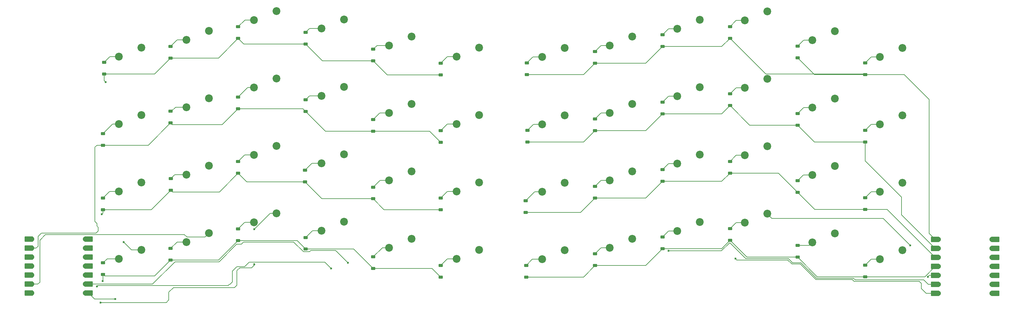
<source format=gbr>
%TF.GenerationSoftware,KiCad,Pcbnew,9.0.7*%
%TF.CreationDate,2026-02-10T15:30:13+05:30*%
%TF.ProjectId,Tao Te Ching,54616f20-5465-4204-9368-696e672e6b69,rev?*%
%TF.SameCoordinates,Original*%
%TF.FileFunction,Copper,L1,Top*%
%TF.FilePolarity,Positive*%
%FSLAX46Y46*%
G04 Gerber Fmt 4.6, Leading zero omitted, Abs format (unit mm)*
G04 Created by KiCad (PCBNEW 9.0.7) date 2026-02-10 15:30:13*
%MOMM*%
%LPD*%
G01*
G04 APERTURE LIST*
G04 Aperture macros list*
%AMRoundRect*
0 Rectangle with rounded corners*
0 $1 Rounding radius*
0 $2 $3 $4 $5 $6 $7 $8 $9 X,Y pos of 4 corners*
0 Add a 4 corners polygon primitive as box body*
4,1,4,$2,$3,$4,$5,$6,$7,$8,$9,$2,$3,0*
0 Add four circle primitives for the rounded corners*
1,1,$1+$1,$2,$3*
1,1,$1+$1,$4,$5*
1,1,$1+$1,$6,$7*
1,1,$1+$1,$8,$9*
0 Add four rect primitives between the rounded corners*
20,1,$1+$1,$2,$3,$4,$5,0*
20,1,$1+$1,$4,$5,$6,$7,0*
20,1,$1+$1,$6,$7,$8,$9,0*
20,1,$1+$1,$8,$9,$2,$3,0*%
G04 Aperture macros list end*
%TA.AperFunction,SMDPad,CuDef*%
%ADD10RoundRect,0.225000X0.375000X-0.225000X0.375000X0.225000X-0.375000X0.225000X-0.375000X-0.225000X0*%
%TD*%
%TA.AperFunction,ComponentPad*%
%ADD11C,2.200000*%
%TD*%
%TA.AperFunction,SMDPad,CuDef*%
%ADD12RoundRect,0.152400X1.063600X0.609600X-1.063600X0.609600X-1.063600X-0.609600X1.063600X-0.609600X0*%
%TD*%
%TA.AperFunction,ComponentPad*%
%ADD13C,1.524000*%
%TD*%
%TA.AperFunction,SMDPad,CuDef*%
%ADD14RoundRect,0.152400X-1.063600X-0.609600X1.063600X-0.609600X1.063600X0.609600X-1.063600X0.609600X0*%
%TD*%
%TA.AperFunction,ViaPad*%
%ADD15C,0.600000*%
%TD*%
%TA.AperFunction,Conductor*%
%ADD16C,0.200000*%
%TD*%
G04 APERTURE END LIST*
D10*
%TO.P,D22,1,K*%
%TO.N,Row3*%
X210166250Y-115832500D03*
%TO.P,D22,2,A*%
%TO.N,Net-(D22-A)*%
X210166250Y-112532500D03*
%TD*%
%TO.P,D38,1,K*%
%TO.N,Row5*%
X90487500Y-79437500D03*
%TO.P,D38,2,A*%
%TO.N,Net-(D38-A)*%
X90487500Y-76137500D03*
%TD*%
%TO.P,D41,1,K*%
%TO.N,Row4*%
X109537500Y-65150000D03*
%TO.P,D41,2,A*%
%TO.N,Net-(D41-A)*%
X109537500Y-61850000D03*
%TD*%
%TO.P,D42,1,K*%
%TO.N,Row5*%
X109537500Y-84993750D03*
%TO.P,D42,2,A*%
%TO.N,Net-(D42-A)*%
X109537500Y-81693750D03*
%TD*%
%TO.P,D44,1,K*%
%TO.N,Row7*%
X109537500Y-123825000D03*
%TO.P,D44,2,A*%
%TO.N,Net-(D44-A)*%
X109537500Y-120525000D03*
%TD*%
D11*
%TO.P,SW17,1,1*%
%TO.N,Col4*%
X239693750Y-94825000D03*
%TO.P,SW17,2,2*%
%TO.N,Net-(D17-A)*%
X233343750Y-97365000D03*
%TD*%
%TO.P,SW30,1,1*%
%TO.N,Col7*%
X63215000Y-75685000D03*
%TO.P,SW30,2,2*%
%TO.N,Net-(D30-A)*%
X56865000Y-78225000D03*
%TD*%
D10*
%TO.P,D19,1,K*%
%TO.N,Row3*%
X152666250Y-126213750D03*
%TO.P,D19,2,A*%
%TO.N,Net-(D19-A)*%
X152666250Y-122913750D03*
%TD*%
D11*
%TO.P,SW38,1,1*%
%TO.N,Col9*%
X101345000Y-72512500D03*
%TO.P,SW38,2,2*%
%TO.N,Net-(D38-A)*%
X94995000Y-75052500D03*
%TD*%
D10*
%TO.P,D25,1,K*%
%TO.N,Row4*%
X33670000Y-68847500D03*
%TO.P,D25,2,A*%
%TO.N,Net-(D25-A)*%
X33670000Y-65547500D03*
%TD*%
%TO.P,D39,1,K*%
%TO.N,Row6*%
X90312500Y-99343750D03*
%TO.P,D39,2,A*%
%TO.N,Net-(D39-A)*%
X90312500Y-96043750D03*
%TD*%
%TO.P,D40,1,K*%
%TO.N,Row7*%
X90487500Y-118331250D03*
%TO.P,D40,2,A*%
%TO.N,Net-(D40-A)*%
X90487500Y-115031250D03*
%TD*%
D11*
%TO.P,SW12,1,1*%
%TO.N,Col5*%
X258743750Y-80527500D03*
%TO.P,SW12,2,2*%
%TO.N,Net-(D12-A)*%
X252393750Y-83067500D03*
%TD*%
D10*
%TO.P,D23,1,K*%
%TO.N,Row3*%
X229216250Y-120595000D03*
%TO.P,D23,2,A*%
%TO.N,Net-(D23-A)*%
X229216250Y-117295000D03*
%TD*%
D11*
%TO.P,SW33,1,1*%
%TO.N,Col8*%
X82285000Y-51073750D03*
%TO.P,SW33,2,2*%
%TO.N,Net-(D33-A)*%
X75935000Y-53613750D03*
%TD*%
%TO.P,SW23,1,1*%
%TO.N,Col4*%
X239693750Y-113865000D03*
%TO.P,SW23,2,2*%
%TO.N,Net-(D23-A)*%
X233343750Y-116405000D03*
%TD*%
D10*
%TO.P,D16,1,K*%
%TO.N,Row2*%
X210166250Y-96845000D03*
%TO.P,D16,2,A*%
%TO.N,Net-(D16-A)*%
X210166250Y-93545000D03*
%TD*%
D12*
%TO.P,U1,1,P0.02_AIN0_LOW_A0_D0*%
%TO.N,Row0*%
X268048750Y-115590000D03*
D13*
X268883750Y-115590000D03*
D12*
%TO.P,U1,2,P0.03_AIN1_LOW_A1_D1*%
%TO.N,Row1*%
X268048750Y-118130000D03*
D13*
X268883750Y-118130000D03*
D12*
%TO.P,U1,3,P0.28_AIN4_LOW_A2_D2*%
%TO.N,Row2*%
X268048750Y-120670000D03*
D13*
X268883750Y-120670000D03*
D12*
%TO.P,U1,4,P0.29_AIN5_LOW_A3_D3*%
%TO.N,Row3*%
X268048750Y-123210000D03*
D13*
X268883750Y-123210000D03*
D12*
%TO.P,U1,5,P0.04_AIN2_A4_D4*%
%TO.N,Col0*%
X268048750Y-125750000D03*
D13*
X268883750Y-125750000D03*
D12*
%TO.P,U1,6,P0.05_AIN3_A5_D5*%
%TO.N,Col1*%
X268048750Y-128290000D03*
D13*
X268883750Y-128290000D03*
D12*
%TO.P,U1,7,P1.11_TX_D6*%
%TO.N,Col2*%
X268048750Y-130830000D03*
D13*
X268883750Y-130830000D03*
%TO.P,U1,8,P1.12_RX_D7*%
%TO.N,Col5*%
X284123750Y-130830000D03*
D14*
X284958750Y-130830000D03*
D13*
%TO.P,U1,9,P1.13_SCK_D8*%
%TO.N,Col4*%
X284123750Y-128290000D03*
D14*
X284958750Y-128290000D03*
D13*
%TO.P,U1,10,P1.14_MISO_D9*%
%TO.N,Col3*%
X284123750Y-125750000D03*
D14*
X284958750Y-125750000D03*
D13*
%TO.P,U1,11,P1.15_MOSI_D10*%
%TO.N,unconnected-(U1-P1.15_MOSI_D10-Pad11)*%
X284123750Y-123210000D03*
D14*
%TO.N,unconnected-(U1-P1.15_MOSI_D10-Pad11)_1*%
X284958750Y-123210000D03*
D13*
%TO.P,U1,12,3V3*%
%TO.N,unconnected-(U1-3V3-Pad12)_1*%
X284123750Y-120670000D03*
D14*
%TO.N,unconnected-(U1-3V3-Pad12)*%
X284958750Y-120670000D03*
D13*
%TO.P,U1,13,GND*%
%TO.N,unconnected-(U1-GND-Pad13)*%
X284123750Y-118130000D03*
D14*
%TO.N,unconnected-(U1-GND-Pad13)_1*%
X284958750Y-118130000D03*
D13*
%TO.P,U1,14,VBUS*%
%TO.N,unconnected-(U1-VBUS-Pad14)*%
X284123750Y-115590000D03*
D14*
%TO.N,unconnected-(U1-VBUS-Pad14)_1*%
X284958750Y-115590000D03*
%TD*%
D10*
%TO.P,D18,1,K*%
%TO.N,Row2*%
X248266250Y-107101250D03*
%TO.P,D18,2,A*%
%TO.N,Net-(D18-A)*%
X248266250Y-103801250D03*
%TD*%
D11*
%TO.P,SW46,1,1*%
%TO.N,Col11*%
X139410000Y-80450000D03*
%TO.P,SW46,2,2*%
%TO.N,Net-(D46-A)*%
X133060000Y-82990000D03*
%TD*%
%TO.P,SW28,1,1*%
%TO.N,Col6*%
X44160000Y-118502500D03*
%TO.P,SW28,2,2*%
%TO.N,Net-(D28-A)*%
X37810000Y-121042500D03*
%TD*%
%TO.P,SW45,1,1*%
%TO.N,Col11*%
X139410000Y-61400000D03*
%TO.P,SW45,2,2*%
%TO.N,Net-(D45-A)*%
X133060000Y-63940000D03*
%TD*%
D10*
%TO.P,D35,1,K*%
%TO.N,Row6*%
X71437500Y-96900000D03*
%TO.P,D35,2,A*%
%TO.N,Net-(D35-A)*%
X71437500Y-93600000D03*
%TD*%
%TO.P,D24,1,K*%
%TO.N,Row3*%
X248266250Y-126151250D03*
%TO.P,D24,2,A*%
%TO.N,Net-(D24-A)*%
X248266250Y-122851250D03*
%TD*%
D11*
%TO.P,SW13,1,1*%
%TO.N,Col0*%
X163493750Y-99577500D03*
%TO.P,SW13,2,2*%
%TO.N,Net-(D13-A)*%
X157143750Y-102117500D03*
%TD*%
D10*
%TO.P,D17,1,K*%
%TO.N,Row2*%
X229216250Y-102276250D03*
%TO.P,D17,2,A*%
%TO.N,Net-(D17-A)*%
X229216250Y-98976250D03*
%TD*%
D11*
%TO.P,SW24,1,1*%
%TO.N,Col5*%
X258743750Y-118627500D03*
%TO.P,SW24,2,2*%
%TO.N,Net-(D24-A)*%
X252393750Y-121167500D03*
%TD*%
D10*
%TO.P,D14,1,K*%
%TO.N,Row2*%
X172066250Y-103926250D03*
%TO.P,D14,2,A*%
%TO.N,Net-(D14-A)*%
X172066250Y-100626250D03*
%TD*%
D11*
%TO.P,SW44,1,1*%
%TO.N,Col10*%
X120360000Y-115375000D03*
%TO.P,SW44,2,2*%
%TO.N,Net-(D44-A)*%
X114010000Y-117915000D03*
%TD*%
%TO.P,SW35,1,1*%
%TO.N,Col8*%
X82280000Y-89181250D03*
%TO.P,SW35,2,2*%
%TO.N,Net-(D35-A)*%
X75930000Y-91721250D03*
%TD*%
D10*
%TO.P,D48,1,K*%
%TO.N,Row7*%
X128587500Y-126268750D03*
%TO.P,D48,2,A*%
%TO.N,Net-(D48-A)*%
X128587500Y-122968750D03*
%TD*%
D11*
%TO.P,SW2,1,1*%
%TO.N,Col1*%
X182543750Y-58302500D03*
%TO.P,SW2,2,2*%
%TO.N,Net-(D2-A)*%
X176193750Y-60842500D03*
%TD*%
D10*
%TO.P,D32,1,K*%
%TO.N,Row7*%
X52387500Y-121443750D03*
%TO.P,D32,2,A*%
%TO.N,Net-(D32-A)*%
X52387500Y-118143750D03*
%TD*%
%TO.P,D27,1,K*%
%TO.N,Row6*%
X33337500Y-107218750D03*
%TO.P,D27,2,A*%
%TO.N,Net-(D27-A)*%
X33337500Y-103918750D03*
%TD*%
%TO.P,D5,1,K*%
%TO.N,Row0*%
X229216250Y-64238750D03*
%TO.P,D5,2,A*%
%TO.N,Net-(D5-A)*%
X229216250Y-60938750D03*
%TD*%
D11*
%TO.P,SW42,1,1*%
%TO.N,Col10*%
X120360000Y-77275000D03*
%TO.P,SW42,2,2*%
%TO.N,Net-(D42-A)*%
X114010000Y-79815000D03*
%TD*%
D10*
%TO.P,D13,1,K*%
%TO.N,Row2*%
X152491250Y-107957500D03*
%TO.P,D13,2,A*%
%TO.N,Net-(D13-A)*%
X152491250Y-104657500D03*
%TD*%
D11*
%TO.P,SW20,1,1*%
%TO.N,Col1*%
X182543750Y-115452500D03*
%TO.P,SW20,2,2*%
%TO.N,Net-(D20-A)*%
X176193750Y-117992500D03*
%TD*%
D10*
%TO.P,D29,1,K*%
%TO.N,Row4*%
X52387500Y-64356250D03*
%TO.P,D29,2,A*%
%TO.N,Net-(D29-A)*%
X52387500Y-61056250D03*
%TD*%
D11*
%TO.P,SW22,1,1*%
%TO.N,Col3*%
X220643750Y-108308750D03*
%TO.P,SW22,2,2*%
%TO.N,Net-(D22-A)*%
X214293750Y-110848750D03*
%TD*%
%TO.P,SW43,1,1*%
%TO.N,Col10*%
X120360000Y-96325000D03*
%TO.P,SW43,2,2*%
%TO.N,Net-(D43-A)*%
X114010000Y-98865000D03*
%TD*%
D10*
%TO.P,D28,1,K*%
%TO.N,Row7*%
X33337500Y-125475000D03*
%TO.P,D28,2,A*%
%TO.N,Net-(D28-A)*%
X33337500Y-122175000D03*
%TD*%
D11*
%TO.P,SW11,1,1*%
%TO.N,Col4*%
X239693750Y-75765000D03*
%TO.P,SW11,2,2*%
%TO.N,Net-(D11-A)*%
X233343750Y-78305000D03*
%TD*%
D10*
%TO.P,D7,1,K*%
%TO.N,Row1*%
X153016250Y-88051250D03*
%TO.P,D7,2,A*%
%TO.N,Net-(D7-A)*%
X153016250Y-84751250D03*
%TD*%
D11*
%TO.P,SW4,1,1*%
%TO.N,Col3*%
X220643750Y-51158750D03*
%TO.P,SW4,2,2*%
%TO.N,Net-(D4-A)*%
X214293750Y-53698750D03*
%TD*%
%TO.P,SW47,1,1*%
%TO.N,Col11*%
X139410000Y-99500000D03*
%TO.P,SW47,2,2*%
%TO.N,Net-(D47-A)*%
X133060000Y-102040000D03*
%TD*%
%TO.P,SW36,1,1*%
%TO.N,Col8*%
X82260000Y-108231250D03*
%TO.P,SW36,2,2*%
%TO.N,Net-(D36-A)*%
X75910000Y-110771250D03*
%TD*%
%TO.P,SW9,1,1*%
%TO.N,Col2*%
X201593750Y-72590000D03*
%TO.P,SW9,2,2*%
%TO.N,Net-(D9-A)*%
X195243750Y-75130000D03*
%TD*%
%TO.P,SW41,1,1*%
%TO.N,Col10*%
X120360000Y-58225000D03*
%TO.P,SW41,2,2*%
%TO.N,Net-(D41-A)*%
X114010000Y-60765000D03*
%TD*%
D10*
%TO.P,D6,1,K*%
%TO.N,Row0*%
X248266250Y-69001250D03*
%TO.P,D6,2,A*%
%TO.N,Net-(D6-A)*%
X248266250Y-65701250D03*
%TD*%
%TO.P,D8,1,K*%
%TO.N,Row1*%
X172066250Y-84876250D03*
%TO.P,D8,2,A*%
%TO.N,Net-(D8-A)*%
X172066250Y-81576250D03*
%TD*%
%TO.P,D1,1,K*%
%TO.N,Row0*%
X152841250Y-69001250D03*
%TO.P,D1,2,A*%
%TO.N,Net-(D1-A)*%
X152841250Y-65701250D03*
%TD*%
D11*
%TO.P,SW26,1,1*%
%TO.N,Col6*%
X44165000Y-80450000D03*
%TO.P,SW26,2,2*%
%TO.N,Net-(D26-A)*%
X37815000Y-82990000D03*
%TD*%
%TO.P,SW39,1,1*%
%TO.N,Col9*%
X101345000Y-91562500D03*
%TO.P,SW39,2,2*%
%TO.N,Net-(D39-A)*%
X94995000Y-94102500D03*
%TD*%
%TO.P,SW48,1,1*%
%TO.N,Col11*%
X139410000Y-118550000D03*
%TO.P,SW48,2,2*%
%TO.N,Net-(D48-A)*%
X133060000Y-121090000D03*
%TD*%
%TO.P,SW18,1,1*%
%TO.N,Col5*%
X258743750Y-99577500D03*
%TO.P,SW18,2,2*%
%TO.N,Net-(D18-A)*%
X252393750Y-102117500D03*
%TD*%
D10*
%TO.P,D45,1,K*%
%TO.N,Row4*%
X128587500Y-69118750D03*
%TO.P,D45,2,A*%
%TO.N,Net-(D45-A)*%
X128587500Y-65818750D03*
%TD*%
%TO.P,D21,1,K*%
%TO.N,Row3*%
X191116250Y-118213750D03*
%TO.P,D21,2,A*%
%TO.N,Net-(D21-A)*%
X191116250Y-114913750D03*
%TD*%
D11*
%TO.P,SW6,1,1*%
%TO.N,Col5*%
X258743750Y-61477500D03*
%TO.P,SW6,2,2*%
%TO.N,Net-(D6-A)*%
X252393750Y-64017500D03*
%TD*%
D12*
%TO.P,U2,1,P0.02_AIN0_LOW_A0_D0*%
%TO.N,Row4*%
X12368750Y-115533750D03*
D13*
X13203750Y-115533750D03*
D12*
%TO.P,U2,2,P0.03_AIN1_LOW_A1_D1*%
%TO.N,Row5*%
X12368750Y-118073750D03*
D13*
X13203750Y-118073750D03*
D12*
%TO.P,U2,3,P0.28_AIN4_LOW_A2_D2*%
%TO.N,Row6*%
X12368750Y-120613750D03*
D13*
X13203750Y-120613750D03*
D12*
%TO.P,U2,4,P0.29_AIN5_LOW_A3_D3*%
%TO.N,Row7*%
X12368750Y-123153750D03*
D13*
X13203750Y-123153750D03*
D12*
%TO.P,U2,5,P0.04_AIN2_A4_D4*%
%TO.N,Col6*%
X12368750Y-125693750D03*
D13*
X13203750Y-125693750D03*
D12*
%TO.P,U2,6,P0.05_AIN3_A5_D5*%
%TO.N,Col7*%
X12368750Y-128233750D03*
D13*
X13203750Y-128233750D03*
D12*
%TO.P,U2,7,P1.11_TX_D6*%
%TO.N,Col8*%
X12368750Y-130773750D03*
D13*
X13203750Y-130773750D03*
%TO.P,U2,8,P1.12_RX_D7*%
%TO.N,Col9*%
X28443750Y-130773750D03*
D14*
X29278750Y-130773750D03*
D13*
%TO.P,U2,9,P1.13_SCK_D8*%
%TO.N,Col10*%
X28443750Y-128233750D03*
D14*
X29278750Y-128233750D03*
D13*
%TO.P,U2,10,P1.14_MISO_D9*%
%TO.N,Col11*%
X28443750Y-125693750D03*
D14*
X29278750Y-125693750D03*
D13*
%TO.P,U2,11,P1.15_MOSI_D10*%
%TO.N,unconnected-(U2-P1.15_MOSI_D10-Pad11)*%
X28443750Y-123153750D03*
D14*
%TO.N,unconnected-(U2-P1.15_MOSI_D10-Pad11)_1*%
X29278750Y-123153750D03*
D13*
%TO.P,U2,12,3V3*%
%TO.N,unconnected-(U2-3V3-Pad12)_1*%
X28443750Y-120613750D03*
D14*
%TO.N,unconnected-(U2-3V3-Pad12)*%
X29278750Y-120613750D03*
D13*
%TO.P,U2,13,GND*%
%TO.N,unconnected-(U2-GND-Pad13)_1*%
X28443750Y-118073750D03*
D14*
%TO.N,unconnected-(U2-GND-Pad13)*%
X29278750Y-118073750D03*
D13*
%TO.P,U2,14,VBUS*%
%TO.N,unconnected-(U2-VBUS-Pad14)_1*%
X28443750Y-115533750D03*
D14*
%TO.N,unconnected-(U2-VBUS-Pad14)*%
X29278750Y-115533750D03*
%TD*%
D10*
%TO.P,D46,1,K*%
%TO.N,Row5*%
X128587500Y-88168750D03*
%TO.P,D46,2,A*%
%TO.N,Net-(D46-A)*%
X128587500Y-84868750D03*
%TD*%
%TO.P,D43,1,K*%
%TO.N,Row6*%
X109537500Y-104106250D03*
%TO.P,D43,2,A*%
%TO.N,Net-(D43-A)*%
X109537500Y-100806250D03*
%TD*%
D11*
%TO.P,SW7,1,1*%
%TO.N,Col0*%
X163493750Y-80527500D03*
%TO.P,SW7,2,2*%
%TO.N,Net-(D7-A)*%
X157143750Y-83067500D03*
%TD*%
D10*
%TO.P,D33,1,K*%
%TO.N,Row4*%
X71437500Y-58800000D03*
%TO.P,D33,2,A*%
%TO.N,Net-(D33-A)*%
X71437500Y-55500000D03*
%TD*%
%TO.P,D15,1,K*%
%TO.N,Row2*%
X191116250Y-99163750D03*
%TO.P,D15,2,A*%
%TO.N,Net-(D15-A)*%
X191116250Y-95863750D03*
%TD*%
%TO.P,D10,1,K*%
%TO.N,Row1*%
X210166250Y-77732500D03*
%TO.P,D10,2,A*%
%TO.N,Net-(D10-A)*%
X210166250Y-74432500D03*
%TD*%
%TO.P,D34,1,K*%
%TO.N,Row5*%
X71437500Y-78643750D03*
%TO.P,D34,2,A*%
%TO.N,Net-(D34-A)*%
X71437500Y-75343750D03*
%TD*%
D11*
%TO.P,SW15,1,1*%
%TO.N,Col2*%
X201593750Y-91640000D03*
%TO.P,SW15,2,2*%
%TO.N,Net-(D15-A)*%
X195243750Y-94180000D03*
%TD*%
D10*
%TO.P,D4,1,K*%
%TO.N,Row0*%
X210166250Y-58745000D03*
%TO.P,D4,2,A*%
%TO.N,Net-(D4-A)*%
X210166250Y-55445000D03*
%TD*%
D11*
%TO.P,SW1,1,1*%
%TO.N,Col0*%
X163493750Y-61477500D03*
%TO.P,SW1,2,2*%
%TO.N,Net-(D1-A)*%
X157143750Y-64017500D03*
%TD*%
%TO.P,SW5,1,1*%
%TO.N,Col4*%
X239693750Y-56715000D03*
%TO.P,SW5,2,2*%
%TO.N,Net-(D5-A)*%
X233343750Y-59255000D03*
%TD*%
%TO.P,SW27,1,1*%
%TO.N,Col6*%
X44165000Y-99500000D03*
%TO.P,SW27,2,2*%
%TO.N,Net-(D27-A)*%
X37815000Y-102040000D03*
%TD*%
%TO.P,SW8,1,1*%
%TO.N,Col1*%
X182543750Y-77352500D03*
%TO.P,SW8,2,2*%
%TO.N,Net-(D8-A)*%
X176193750Y-79892500D03*
%TD*%
%TO.P,SW31,1,1*%
%TO.N,Col7*%
X63215000Y-94735000D03*
%TO.P,SW31,2,2*%
%TO.N,Net-(D31-A)*%
X56865000Y-97275000D03*
%TD*%
D10*
%TO.P,D30,1,K*%
%TO.N,Row5*%
X52387500Y-82675000D03*
%TO.P,D30,2,A*%
%TO.N,Net-(D30-A)*%
X52387500Y-79375000D03*
%TD*%
D11*
%TO.P,SW21,1,1*%
%TO.N,Col2*%
X201593750Y-110690000D03*
%TO.P,SW21,2,2*%
%TO.N,Net-(D21-A)*%
X195243750Y-113230000D03*
%TD*%
D10*
%TO.P,D3,1,K*%
%TO.N,Row0*%
X191116250Y-61063750D03*
%TO.P,D3,2,A*%
%TO.N,Net-(D3-A)*%
X191116250Y-57763750D03*
%TD*%
D11*
%TO.P,SW40,1,1*%
%TO.N,Col9*%
X101345000Y-110590000D03*
%TO.P,SW40,2,2*%
%TO.N,Net-(D40-A)*%
X94995000Y-113130000D03*
%TD*%
%TO.P,SW16,1,1*%
%TO.N,Col3*%
X220643750Y-89258750D03*
%TO.P,SW16,2,2*%
%TO.N,Net-(D16-A)*%
X214293750Y-91798750D03*
%TD*%
%TO.P,SW37,1,1*%
%TO.N,Col9*%
X101345000Y-53462500D03*
%TO.P,SW37,2,2*%
%TO.N,Net-(D37-A)*%
X94995000Y-56002500D03*
%TD*%
%TO.P,SW14,1,1*%
%TO.N,Col1*%
X182543750Y-96402500D03*
%TO.P,SW14,2,2*%
%TO.N,Net-(D14-A)*%
X176193750Y-98942500D03*
%TD*%
D10*
%TO.P,D37,1,K*%
%TO.N,Row4*%
X90487500Y-60387500D03*
%TO.P,D37,2,A*%
%TO.N,Net-(D37-A)*%
X90487500Y-57087500D03*
%TD*%
%TO.P,D2,1,K*%
%TO.N,Row0*%
X172066250Y-65826250D03*
%TO.P,D2,2,A*%
%TO.N,Net-(D2-A)*%
X172066250Y-62526250D03*
%TD*%
D11*
%TO.P,SW29,1,1*%
%TO.N,Col7*%
X63215000Y-56635000D03*
%TO.P,SW29,2,2*%
%TO.N,Net-(D29-A)*%
X56865000Y-59175000D03*
%TD*%
%TO.P,SW10,1,1*%
%TO.N,Col3*%
X220643750Y-70208750D03*
%TO.P,SW10,2,2*%
%TO.N,Net-(D10-A)*%
X214293750Y-72748750D03*
%TD*%
%TO.P,SW32,1,1*%
%TO.N,Col7*%
X63215000Y-113785000D03*
%TO.P,SW32,2,2*%
%TO.N,Net-(D32-A)*%
X56865000Y-116325000D03*
%TD*%
D10*
%TO.P,D36,1,K*%
%TO.N,Row7*%
X71437500Y-115950000D03*
%TO.P,D36,2,A*%
%TO.N,Net-(D36-A)*%
X71437500Y-112650000D03*
%TD*%
%TO.P,D20,1,K*%
%TO.N,Row3*%
X172066250Y-122976250D03*
%TO.P,D20,2,A*%
%TO.N,Net-(D20-A)*%
X172066250Y-119676250D03*
%TD*%
%TO.P,D26,1,K*%
%TO.N,Row5*%
X33337500Y-88962500D03*
%TO.P,D26,2,A*%
%TO.N,Net-(D26-A)*%
X33337500Y-85662500D03*
%TD*%
D11*
%TO.P,SW3,1,1*%
%TO.N,Col2*%
X201593750Y-53540000D03*
%TO.P,SW3,2,2*%
%TO.N,Net-(D3-A)*%
X195243750Y-56080000D03*
%TD*%
%TO.P,SW34,1,1*%
%TO.N,Col8*%
X82280000Y-70131250D03*
%TO.P,SW34,2,2*%
%TO.N,Net-(D34-A)*%
X75930000Y-72671250D03*
%TD*%
D10*
%TO.P,D12,1,K*%
%TO.N,Row1*%
X248266250Y-88051250D03*
%TO.P,D12,2,A*%
%TO.N,Net-(D12-A)*%
X248266250Y-84751250D03*
%TD*%
%TO.P,D11,1,K*%
%TO.N,Row1*%
X229216250Y-83288750D03*
%TO.P,D11,2,A*%
%TO.N,Net-(D11-A)*%
X229216250Y-79988750D03*
%TD*%
D11*
%TO.P,SW25,1,1*%
%TO.N,Col6*%
X44165000Y-61400000D03*
%TO.P,SW25,2,2*%
%TO.N,Net-(D25-A)*%
X37815000Y-63940000D03*
%TD*%
D10*
%TO.P,D47,1,K*%
%TO.N,Row6*%
X128587500Y-107156250D03*
%TO.P,D47,2,A*%
%TO.N,Net-(D47-A)*%
X128587500Y-103856250D03*
%TD*%
D11*
%TO.P,SW19,1,1*%
%TO.N,Col0*%
X163493750Y-118627500D03*
%TO.P,SW19,2,2*%
%TO.N,Net-(D19-A)*%
X157143750Y-121167500D03*
%TD*%
D10*
%TO.P,D31,1,K*%
%TO.N,Row6*%
X52481250Y-101662500D03*
%TO.P,D31,2,A*%
%TO.N,Net-(D31-A)*%
X52481250Y-98362500D03*
%TD*%
%TO.P,D9,1,K*%
%TO.N,Row1*%
X191116250Y-80113750D03*
%TO.P,D9,2,A*%
%TO.N,Net-(D9-A)*%
X191116250Y-76813750D03*
%TD*%
D15*
%TO.N,Row4*%
X34100000Y-71100000D03*
%TO.N,Row6*%
X33000000Y-108500000D03*
%TO.N,Row7*%
X33250000Y-127350000D03*
%TO.N,Col0*%
X265963640Y-126143640D03*
%TO.N,Col1*%
X192860000Y-118813750D03*
%TO.N,Col2*%
X211690000Y-121010000D03*
%TO.N,Col3*%
X261010000Y-117250000D03*
%TO.N,Col6*%
X39200000Y-116350000D03*
%TO.N,Col8*%
X76000000Y-122600000D03*
X76000000Y-112700000D03*
X32629985Y-133421485D03*
%TO.N,Col9*%
X36800000Y-132400000D03*
%TO.N,Col10*%
X102400000Y-122200000D03*
%TO.N,Col11*%
X97700000Y-123801000D03*
X31600000Y-128833750D03*
%TD*%
D16*
%TO.N,Net-(D1-A)*%
X154525000Y-64017500D02*
X152841250Y-65701250D01*
X157143750Y-64017500D02*
X154525000Y-64017500D01*
%TO.N,Row0*%
X233978750Y-69001250D02*
X229216250Y-64238750D01*
X266310000Y-76040000D02*
X259271250Y-69001250D01*
X268048750Y-115590000D02*
X266310000Y-113851250D01*
X259271250Y-69001250D02*
X248266250Y-69001250D01*
X191116250Y-61063750D02*
X207847500Y-61063750D01*
X248266250Y-69001250D02*
X233978750Y-69001250D01*
X152841250Y-69001250D02*
X168891250Y-69001250D01*
X248072750Y-68807750D02*
X220229000Y-68807750D01*
X168891250Y-69001250D02*
X172066250Y-65826250D01*
X207847500Y-61063750D02*
X210166250Y-58745000D01*
X186353750Y-65826250D02*
X172066250Y-65826250D01*
X248266250Y-69001250D02*
X248072750Y-68807750D01*
X268048750Y-115590000D02*
X268883750Y-115590000D01*
X191116250Y-61063750D02*
X186353750Y-65826250D01*
X220229000Y-68807750D02*
X210166250Y-58745000D01*
X266310000Y-113851250D02*
X266310000Y-76040000D01*
%TO.N,Net-(D2-A)*%
X173750000Y-60842500D02*
X172066250Y-62526250D01*
X176193750Y-60842500D02*
X173750000Y-60842500D01*
%TO.N,Net-(D3-A)*%
X191116250Y-57763750D02*
X192800000Y-56080000D01*
X192800000Y-56080000D02*
X195243750Y-56080000D01*
%TO.N,Net-(D4-A)*%
X214293750Y-53698750D02*
X211912500Y-53698750D01*
X211912500Y-53698750D02*
X210166250Y-55445000D01*
%TO.N,Net-(D5-A)*%
X230900000Y-59255000D02*
X233343750Y-59255000D01*
X229216250Y-60938750D02*
X230900000Y-59255000D01*
%TO.N,Net-(D6-A)*%
X248266250Y-65701250D02*
X249950000Y-64017500D01*
X249950000Y-64017500D02*
X252393750Y-64017500D01*
%TO.N,Net-(D7-A)*%
X154700000Y-83067500D02*
X153016250Y-84751250D01*
X157143750Y-83067500D02*
X154700000Y-83067500D01*
%TO.N,Row1*%
X168891250Y-88051250D02*
X153016250Y-88051250D01*
X248266250Y-88051250D02*
X233978750Y-88051250D01*
X186353750Y-84876250D02*
X191116250Y-80113750D01*
X172066250Y-84876250D02*
X168891250Y-88051250D01*
X248266250Y-88051250D02*
X248266250Y-93395184D01*
X258554750Y-108636000D02*
X268048750Y-118130000D01*
X215722500Y-83288750D02*
X210166250Y-77732500D01*
X172066250Y-84876250D02*
X186353750Y-84876250D01*
X268048750Y-118130000D02*
X268883750Y-118130000D01*
X210166250Y-77732500D02*
X207785000Y-80113750D01*
X207785000Y-80113750D02*
X191116250Y-80113750D01*
X233978750Y-88051250D02*
X229216250Y-83288750D01*
X229216250Y-83288750D02*
X215722500Y-83288750D01*
X258554750Y-103683684D02*
X258554750Y-108636000D01*
X248266250Y-93395184D02*
X258554750Y-103683684D01*
%TO.N,Net-(D8-A)*%
X173750000Y-79892500D02*
X176193750Y-79892500D01*
X172066250Y-81576250D02*
X173750000Y-79892500D01*
%TO.N,Net-(D9-A)*%
X192800000Y-75130000D02*
X191116250Y-76813750D01*
X195243750Y-75130000D02*
X192800000Y-75130000D01*
%TO.N,Net-(D10-A)*%
X211850000Y-72748750D02*
X210166250Y-74432500D01*
X214293750Y-72748750D02*
X211850000Y-72748750D01*
%TO.N,Net-(D11-A)*%
X230900000Y-78305000D02*
X229216250Y-79988750D01*
X233343750Y-78305000D02*
X230900000Y-78305000D01*
%TO.N,Net-(D12-A)*%
X249950000Y-83067500D02*
X248266250Y-84751250D01*
X252393750Y-83067500D02*
X249950000Y-83067500D01*
%TO.N,Row2*%
X223785000Y-96845000D02*
X229216250Y-102276250D01*
X248266250Y-107101250D02*
X234041250Y-107101250D01*
X234041250Y-107101250D02*
X229216250Y-102276250D01*
X248266250Y-107101250D02*
X254480000Y-107101250D01*
X191116250Y-99163750D02*
X186353750Y-103926250D01*
X186353750Y-103926250D02*
X172066250Y-103926250D01*
X268048750Y-120670000D02*
X268883750Y-120670000D01*
X168035000Y-107957500D02*
X172066250Y-103926250D01*
X254480000Y-107101250D02*
X268048750Y-120670000D01*
X210166250Y-96845000D02*
X223785000Y-96845000D01*
X210166250Y-96845000D02*
X207847500Y-99163750D01*
X152491250Y-107957500D02*
X168035000Y-107957500D01*
X207847500Y-99163750D02*
X191116250Y-99163750D01*
%TO.N,Net-(D13-A)*%
X155031250Y-102117500D02*
X152491250Y-104657500D01*
X157143750Y-102117500D02*
X155031250Y-102117500D01*
%TO.N,Net-(D14-A)*%
X172066250Y-100626250D02*
X173750000Y-98942500D01*
X173750000Y-98942500D02*
X176193750Y-98942500D01*
%TO.N,Net-(D15-A)*%
X191116250Y-95863750D02*
X192800000Y-94180000D01*
X192800000Y-94180000D02*
X195243750Y-94180000D01*
%TO.N,Net-(D16-A)*%
X211912500Y-91798750D02*
X210166250Y-93545000D01*
X214293750Y-91798750D02*
X211912500Y-91798750D01*
%TO.N,Net-(D17-A)*%
X230827500Y-97365000D02*
X229216250Y-98976250D01*
X233343750Y-97365000D02*
X230827500Y-97365000D01*
%TO.N,Net-(D18-A)*%
X249950000Y-102117500D02*
X252393750Y-102117500D01*
X248266250Y-103801250D02*
X249950000Y-102117500D01*
%TO.N,Row3*%
X152666250Y-126213750D02*
X168828750Y-126213750D01*
X186353750Y-122976250D02*
X172066250Y-122976250D01*
X248266250Y-126151250D02*
X234772500Y-126151250D01*
X265107500Y-126151250D02*
X268048750Y-123210000D01*
X268048750Y-123210000D02*
X268883750Y-123210000D01*
X229216250Y-120595000D02*
X214928750Y-120595000D01*
X191116250Y-118213750D02*
X186353750Y-122976250D01*
X168828750Y-126213750D02*
X172066250Y-122976250D01*
X234772500Y-126151250D02*
X229216250Y-120595000D01*
X214928750Y-120595000D02*
X210166250Y-115832500D01*
X248266250Y-126151250D02*
X265107500Y-126151250D01*
X207785000Y-118213750D02*
X210166250Y-115832500D01*
X191116250Y-118213750D02*
X207785000Y-118213750D01*
%TO.N,Net-(D19-A)*%
X152666250Y-122913750D02*
X154412500Y-121167500D01*
X154412500Y-121167500D02*
X157143750Y-121167500D01*
%TO.N,Net-(D20-A)*%
X176193750Y-117992500D02*
X173750000Y-117992500D01*
X173750000Y-117992500D02*
X172066250Y-119676250D01*
%TO.N,Net-(D21-A)*%
X195243750Y-113230000D02*
X192800000Y-113230000D01*
X192800000Y-113230000D02*
X191116250Y-114913750D01*
%TO.N,Net-(D22-A)*%
X211850000Y-110848750D02*
X210166250Y-112532500D01*
X214293750Y-110848750D02*
X211850000Y-110848750D01*
%TO.N,Net-(D23-A)*%
X229216250Y-117295000D02*
X232453750Y-117295000D01*
X232453750Y-117295000D02*
X233343750Y-116405000D01*
%TO.N,Net-(D24-A)*%
X249950000Y-121167500D02*
X252393750Y-121167500D01*
X248266250Y-122851250D02*
X249950000Y-121167500D01*
%TO.N,Row4*%
X65881250Y-64356250D02*
X52387500Y-64356250D01*
X90487500Y-60387500D02*
X73025000Y-60387500D01*
X128587500Y-69118750D02*
X113506250Y-69118750D01*
X33670000Y-68847500D02*
X33670000Y-70670000D01*
X71437500Y-58800000D02*
X65881250Y-64356250D01*
X73025000Y-60387500D02*
X71437500Y-58800000D01*
X95250000Y-65150000D02*
X90487500Y-60387500D01*
X47896250Y-68847500D02*
X33670000Y-68847500D01*
X52387500Y-64356250D02*
X47896250Y-68847500D01*
X109537500Y-65150000D02*
X95250000Y-65150000D01*
X113506250Y-69118750D02*
X109537500Y-65150000D01*
X33670000Y-70670000D02*
X34100000Y-71100000D01*
%TO.N,Net-(D25-A)*%
X35277500Y-63940000D02*
X33670000Y-65547500D01*
X37815000Y-63940000D02*
X35277500Y-63940000D01*
%TO.N,Row5*%
X52387500Y-82675000D02*
X52828500Y-83116000D01*
X90487500Y-79437500D02*
X96043750Y-84993750D01*
X71437500Y-78643750D02*
X89693750Y-78643750D01*
X31044750Y-110524750D02*
X31595250Y-111075250D01*
X31970000Y-113180000D02*
X31350000Y-113800000D01*
X31582250Y-88962500D02*
X31044750Y-89500000D01*
X89693750Y-78643750D02*
X90487500Y-79437500D01*
X96043750Y-84993750D02*
X109537500Y-84993750D01*
X15950000Y-113800000D02*
X15000000Y-114750000D01*
X52828500Y-83116000D02*
X66965250Y-83116000D01*
X109537500Y-84993750D02*
X125412500Y-84993750D01*
X31350000Y-113800000D02*
X15950000Y-113800000D01*
X46100000Y-88962500D02*
X52387500Y-82675000D01*
X14426250Y-118073750D02*
X13203750Y-118073750D01*
X33337500Y-88962500D02*
X46100000Y-88962500D01*
X125412500Y-84993750D02*
X128587500Y-88168750D01*
X31970000Y-112180000D02*
X31970000Y-113180000D01*
X31595250Y-111075250D02*
X31595250Y-111805250D01*
X15000000Y-117500000D02*
X14426250Y-118073750D01*
X15000000Y-114750000D02*
X15000000Y-117500000D01*
X66965250Y-83116000D02*
X71437500Y-78643750D01*
X31044750Y-89500000D02*
X31044750Y-110524750D01*
X33337500Y-88962500D02*
X31582250Y-88962500D01*
X31595250Y-111805250D02*
X31970000Y-112180000D01*
%TO.N,Net-(D26-A)*%
X37815000Y-82990000D02*
X36010000Y-82990000D01*
X36010000Y-82990000D02*
X33337500Y-85662500D01*
%TO.N,Net-(D27-A)*%
X37815000Y-102040000D02*
X35216250Y-102040000D01*
X35216250Y-102040000D02*
X33337500Y-103918750D01*
%TO.N,Row6*%
X33337500Y-108162500D02*
X33000000Y-108500000D01*
X52984750Y-102166000D02*
X52481250Y-101662500D01*
X73881250Y-99343750D02*
X71437500Y-96900000D01*
X112587500Y-107156250D02*
X109537500Y-104106250D01*
X46925000Y-107218750D02*
X33337500Y-107218750D01*
X71437500Y-96900000D02*
X66171500Y-102166000D01*
X52481250Y-101662500D02*
X46925000Y-107218750D01*
X95075000Y-104106250D02*
X90312500Y-99343750D01*
X33337500Y-107218750D02*
X33337500Y-108162500D01*
X128587500Y-107156250D02*
X112587500Y-107156250D01*
X109537500Y-104106250D02*
X95075000Y-104106250D01*
X90312500Y-99343750D02*
X73881250Y-99343750D01*
X66171500Y-102166000D02*
X52984750Y-102166000D01*
%TO.N,Net-(D28-A)*%
X34470000Y-121042500D02*
X33337500Y-122175000D01*
X37810000Y-121042500D02*
X34470000Y-121042500D01*
%TO.N,Row7*%
X65943750Y-121443750D02*
X52387500Y-121443750D01*
X71437500Y-115950000D02*
X88106250Y-115950000D01*
X88106250Y-115950000D02*
X90487500Y-118331250D01*
X33337500Y-127262500D02*
X33250000Y-127350000D01*
X71437500Y-115950000D02*
X65943750Y-121443750D01*
X90487500Y-118331250D02*
X104043750Y-118331250D01*
X33337500Y-125475000D02*
X33337500Y-127262500D01*
X33796000Y-125933500D02*
X47897750Y-125933500D01*
X104043750Y-118331250D02*
X109537500Y-123825000D01*
X33337500Y-125475000D02*
X33796000Y-125933500D01*
X47897750Y-125933500D02*
X52387500Y-121443750D01*
X126143750Y-123825000D02*
X128587500Y-126268750D01*
X109537500Y-123825000D02*
X126143750Y-123825000D01*
%TO.N,Net-(D29-A)*%
X56865000Y-59175000D02*
X54268750Y-59175000D01*
X54268750Y-59175000D02*
X52387500Y-61056250D01*
%TO.N,Net-(D30-A)*%
X52625000Y-79375000D02*
X52387500Y-79375000D01*
X53775000Y-78225000D02*
X52625000Y-79375000D01*
X56865000Y-78225000D02*
X53775000Y-78225000D01*
%TO.N,Net-(D31-A)*%
X56865000Y-97275000D02*
X53568750Y-97275000D01*
X53568750Y-97275000D02*
X52481250Y-98362500D01*
%TO.N,Net-(D32-A)*%
X54206250Y-116325000D02*
X52387500Y-118143750D01*
X56865000Y-116325000D02*
X54206250Y-116325000D01*
%TO.N,Net-(D33-A)*%
X73323750Y-53613750D02*
X71437500Y-55500000D01*
X75935000Y-53613750D02*
X73323750Y-53613750D01*
%TO.N,Net-(D34-A)*%
X74110000Y-72671250D02*
X71437500Y-75343750D01*
X75930000Y-72671250D02*
X74110000Y-72671250D01*
%TO.N,Net-(D35-A)*%
X73316250Y-91721250D02*
X71437500Y-93600000D01*
X75930000Y-91721250D02*
X73316250Y-91721250D01*
%TO.N,Net-(D36-A)*%
X73316250Y-110771250D02*
X71437500Y-112650000D01*
X75910000Y-110771250D02*
X73316250Y-110771250D01*
%TO.N,Net-(D37-A)*%
X91572500Y-56002500D02*
X90487500Y-57087500D01*
X94995000Y-56002500D02*
X91572500Y-56002500D01*
%TO.N,Net-(D38-A)*%
X91572500Y-75052500D02*
X90487500Y-76137500D01*
X94995000Y-75052500D02*
X91572500Y-75052500D01*
%TO.N,Net-(D39-A)*%
X94995000Y-94102500D02*
X92253750Y-94102500D01*
X92253750Y-94102500D02*
X90312500Y-96043750D01*
%TO.N,Net-(D40-A)*%
X92388750Y-113130000D02*
X90487500Y-115031250D01*
X94995000Y-113130000D02*
X92388750Y-113130000D01*
%TO.N,Net-(D41-A)*%
X114010000Y-60765000D02*
X110622500Y-60765000D01*
X110622500Y-60765000D02*
X109537500Y-61850000D01*
%TO.N,Net-(D42-A)*%
X111416250Y-79815000D02*
X109537500Y-81693750D01*
X114010000Y-79815000D02*
X111416250Y-79815000D01*
%TO.N,Net-(D43-A)*%
X114010000Y-98865000D02*
X111478750Y-98865000D01*
X111478750Y-98865000D02*
X109537500Y-100806250D01*
%TO.N,Net-(D44-A)*%
X112147500Y-117915000D02*
X109537500Y-120525000D01*
X114010000Y-117915000D02*
X112147500Y-117915000D01*
%TO.N,Net-(D45-A)*%
X130466250Y-63940000D02*
X128587500Y-65818750D01*
X133060000Y-63940000D02*
X130466250Y-63940000D01*
%TO.N,Net-(D46-A)*%
X130466250Y-82990000D02*
X128587500Y-84868750D01*
X133060000Y-82990000D02*
X130466250Y-82990000D01*
%TO.N,Net-(D47-A)*%
X130403750Y-102040000D02*
X128587500Y-103856250D01*
X133060000Y-102040000D02*
X130403750Y-102040000D01*
%TO.N,Net-(D48-A)*%
X133060000Y-121090000D02*
X130466250Y-121090000D01*
X130466250Y-121090000D02*
X128587500Y-122968750D01*
%TO.N,Col0*%
X268883750Y-125750000D02*
X266357280Y-125750000D01*
X268048750Y-125750000D02*
X268883750Y-125750000D01*
X266357280Y-125750000D02*
X265963640Y-126143640D01*
%TO.N,Col1*%
X266070000Y-128290000D02*
X264910000Y-127130000D01*
X207752100Y-118813750D02*
X192860000Y-118813750D01*
X249670000Y-127010000D02*
X245467750Y-127010000D01*
X245467750Y-127010000D02*
X245010000Y-126552250D01*
X268883750Y-128290000D02*
X266070000Y-128290000D01*
X268048750Y-128290000D02*
X268883750Y-128290000D01*
X245010000Y-126552250D02*
X234606400Y-126552250D01*
X227796925Y-122142925D02*
X226650000Y-120996000D01*
X234606400Y-126552250D02*
X230197075Y-122142925D01*
X210470000Y-116850000D02*
X210203500Y-116583500D01*
X210203500Y-116583500D02*
X209982350Y-116583500D01*
X264910000Y-127130000D02*
X264790000Y-127010000D01*
X214616000Y-120996000D02*
X210470000Y-116850000D01*
X209982350Y-116583500D02*
X207752100Y-118813750D01*
X230197075Y-122142925D02*
X227796925Y-122142925D01*
X226650000Y-120996000D02*
X214616000Y-120996000D01*
X264790000Y-127010000D02*
X249670000Y-127010000D01*
%TO.N,Col2*%
X245127750Y-127411000D02*
X244670000Y-126953250D01*
X214782100Y-121397000D02*
X212077000Y-121397000D01*
X265480000Y-130830000D02*
X264750000Y-130100000D01*
X264100000Y-129450000D02*
X264100000Y-127990000D01*
X244670000Y-126953250D02*
X234399325Y-126953250D01*
X268048750Y-130830000D02*
X265480000Y-130830000D01*
X227630825Y-122543925D02*
X226483900Y-121397000D01*
X212077000Y-121397000D02*
X211690000Y-121010000D01*
X234399325Y-126953250D02*
X229990000Y-122543925D01*
X264100000Y-127990000D02*
X263521000Y-127411000D01*
X268048750Y-130830000D02*
X268883750Y-130830000D01*
X263521000Y-127411000D02*
X245900000Y-127411000D01*
X226483900Y-121397000D02*
X214782100Y-121397000D01*
X264750000Y-130100000D02*
X264100000Y-129450000D01*
X245900000Y-127411000D02*
X245127750Y-127411000D01*
X229990000Y-122543925D02*
X227630825Y-122543925D01*
%TO.N,Col3*%
X284123750Y-125750000D02*
X284958750Y-125750000D01*
X221955000Y-109620000D02*
X220643750Y-108308750D01*
X261010000Y-117250000D02*
X253380000Y-109620000D01*
X253380000Y-109620000D02*
X221955000Y-109620000D01*
%TO.N,Col4*%
X284123750Y-128290000D02*
X284958750Y-128290000D01*
%TO.N,Col5*%
X284123750Y-130830000D02*
X284958750Y-130830000D01*
%TO.N,Col6*%
X44160000Y-118502500D02*
X41352500Y-118502500D01*
X41352500Y-118502500D02*
X39200000Y-116350000D01*
%TO.N,Col7*%
X56276000Y-114200000D02*
X57000000Y-114924000D01*
X57000000Y-114924000D02*
X62076000Y-114924000D01*
X14966250Y-128233750D02*
X15500000Y-127700000D01*
X15500000Y-127700000D02*
X15500000Y-115800000D01*
X62076000Y-114924000D02*
X63215000Y-113785000D01*
X15500000Y-115800000D02*
X17100000Y-114200000D01*
X17100000Y-114200000D02*
X56276000Y-114200000D01*
X13203750Y-128233750D02*
X14966250Y-128233750D01*
%TO.N,Col8*%
X70402747Y-129200000D02*
X71103935Y-128498809D01*
X71112936Y-124427064D02*
X71890000Y-123650000D01*
X71112936Y-128410532D02*
X71112936Y-124427064D01*
X76000000Y-122850000D02*
X76000000Y-122600000D01*
X32629985Y-133421485D02*
X51178515Y-133421485D01*
X76000000Y-112700000D02*
X80468750Y-108231250D01*
X71890000Y-123650000D02*
X75200000Y-123650000D01*
X51178515Y-133421485D02*
X51900000Y-132700000D01*
X80468750Y-108231250D02*
X82260000Y-108231250D01*
X75200000Y-123650000D02*
X76000000Y-122850000D01*
X51900000Y-132700000D02*
X51900000Y-130500000D01*
X51900000Y-130500000D02*
X53200000Y-129200000D01*
X53200000Y-129200000D02*
X70402747Y-129200000D01*
X71103935Y-128498809D02*
X71112936Y-128410532D01*
%TO.N,Col9*%
X29278750Y-130773750D02*
X30905000Y-132400000D01*
X30905000Y-132400000D02*
X31800000Y-132400000D01*
X31800000Y-132400000D02*
X36800000Y-132400000D01*
%TO.N,Col10*%
X91900000Y-118732250D02*
X91550000Y-119082250D01*
X72950000Y-116351000D02*
X72323700Y-116977300D01*
X66054600Y-121900000D02*
X53650000Y-121900000D01*
X91550000Y-119082250D02*
X89832250Y-119082250D01*
X87101000Y-116351000D02*
X72950000Y-116351000D01*
X53650000Y-121900000D02*
X47316250Y-128233750D01*
X102400000Y-122200000D02*
X98932250Y-118732250D01*
X89832250Y-119082250D02*
X87101000Y-116351000D01*
X47316250Y-128233750D02*
X29278750Y-128233750D01*
X70977300Y-116977300D02*
X66054600Y-121900000D01*
X72323700Y-116977300D02*
X70977300Y-116977300D01*
X98932250Y-118732250D02*
X91900000Y-118732250D01*
%TO.N,Col11*%
X73301000Y-123249000D02*
X71101000Y-123249000D01*
X69100000Y-128300000D02*
X69000000Y-128300000D01*
X95898000Y-121999000D02*
X74551000Y-121999000D01*
X71101000Y-123249000D02*
X69793759Y-124556241D01*
X69000000Y-128300000D02*
X68665250Y-128634750D01*
X74551000Y-121999000D02*
X73301000Y-123249000D01*
X69800000Y-127600000D02*
X69100000Y-128300000D01*
X31799000Y-128634750D02*
X31600000Y-128833750D01*
X68665250Y-128634750D02*
X31799000Y-128634750D01*
X69793759Y-127593759D02*
X69800000Y-127600000D01*
X69793759Y-124556241D02*
X69793759Y-127593759D01*
X97700000Y-123801000D02*
X95898000Y-121999000D01*
%TD*%
M02*

</source>
